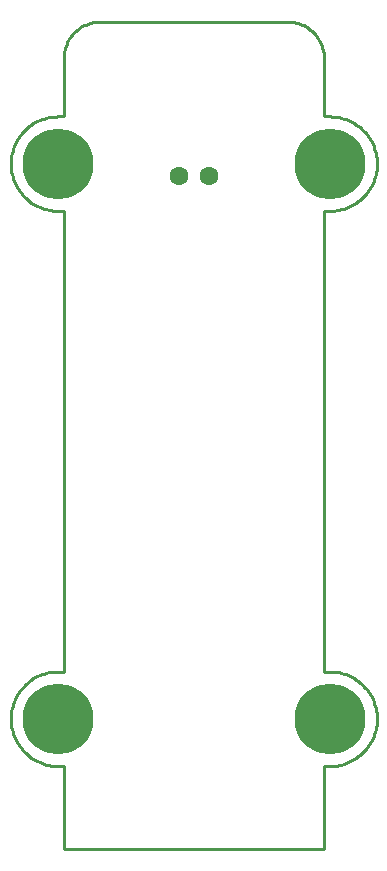
<source format=gtl>
G75*
%MOIN*%
%OFA0B0*%
%FSLAX24Y24*%
%IPPOS*%
%LPD*%
%AMOC8*
5,1,8,0,0,1.08239X$1,22.5*
%
%ADD10C,0.0100*%
%ADD11C,0.0630*%
%ADD12C,0.2362*%
D10*
X002315Y003693D02*
X002512Y003693D01*
X002512Y000937D01*
X011174Y000937D01*
X011174Y003693D01*
X011370Y003693D01*
X011449Y003695D01*
X011527Y003701D01*
X011605Y003711D01*
X011682Y003724D01*
X011759Y003742D01*
X011834Y003763D01*
X011909Y003788D01*
X011982Y003817D01*
X012053Y003849D01*
X012123Y003885D01*
X012191Y003924D01*
X012257Y003967D01*
X012321Y004013D01*
X012382Y004061D01*
X012441Y004113D01*
X012497Y004168D01*
X012551Y004226D01*
X012601Y004286D01*
X012649Y004349D01*
X012693Y004413D01*
X012734Y004481D01*
X012772Y004549D01*
X012806Y004620D01*
X012836Y004693D01*
X012863Y004766D01*
X012886Y004841D01*
X012906Y004918D01*
X012921Y004995D01*
X012933Y005072D01*
X012941Y005150D01*
X012945Y005229D01*
X012945Y005307D01*
X012941Y005386D01*
X012933Y005464D01*
X012921Y005541D01*
X012906Y005618D01*
X012886Y005695D01*
X012863Y005770D01*
X012836Y005843D01*
X012806Y005916D01*
X012772Y005987D01*
X012734Y006056D01*
X012693Y006123D01*
X012649Y006187D01*
X012601Y006250D01*
X012551Y006310D01*
X012497Y006368D01*
X012441Y006423D01*
X012382Y006475D01*
X012321Y006523D01*
X012257Y006569D01*
X012191Y006612D01*
X012123Y006651D01*
X012053Y006687D01*
X011982Y006719D01*
X011909Y006748D01*
X011834Y006773D01*
X011759Y006794D01*
X011682Y006812D01*
X011605Y006825D01*
X011527Y006835D01*
X011449Y006841D01*
X011370Y006843D01*
X011174Y006843D01*
X011174Y022197D01*
X011370Y022197D01*
X011449Y022199D01*
X011527Y022205D01*
X011605Y022215D01*
X011682Y022228D01*
X011759Y022246D01*
X011834Y022267D01*
X011909Y022292D01*
X011982Y022321D01*
X012053Y022353D01*
X012123Y022389D01*
X012191Y022428D01*
X012257Y022471D01*
X012321Y022517D01*
X012382Y022565D01*
X012441Y022617D01*
X012497Y022672D01*
X012551Y022730D01*
X012601Y022790D01*
X012649Y022853D01*
X012693Y022917D01*
X012734Y022985D01*
X012772Y023053D01*
X012806Y023124D01*
X012836Y023197D01*
X012863Y023270D01*
X012886Y023345D01*
X012906Y023422D01*
X012921Y023499D01*
X012933Y023576D01*
X012941Y023654D01*
X012945Y023733D01*
X012945Y023811D01*
X012941Y023890D01*
X012933Y023968D01*
X012921Y024045D01*
X012906Y024122D01*
X012886Y024199D01*
X012863Y024274D01*
X012836Y024347D01*
X012806Y024420D01*
X012772Y024491D01*
X012734Y024560D01*
X012693Y024627D01*
X012649Y024691D01*
X012601Y024754D01*
X012551Y024814D01*
X012497Y024872D01*
X012441Y024927D01*
X012382Y024979D01*
X012321Y025027D01*
X012257Y025073D01*
X012191Y025116D01*
X012123Y025155D01*
X012053Y025191D01*
X011982Y025223D01*
X011909Y025252D01*
X011834Y025277D01*
X011759Y025298D01*
X011682Y025316D01*
X011605Y025329D01*
X011527Y025339D01*
X011449Y025345D01*
X011370Y025347D01*
X011174Y025347D01*
X011174Y027315D01*
X011172Y027381D01*
X011167Y027447D01*
X011157Y027513D01*
X011144Y027578D01*
X011128Y027642D01*
X011108Y027705D01*
X011084Y027767D01*
X011057Y027827D01*
X011027Y027886D01*
X010993Y027943D01*
X010956Y027998D01*
X010916Y028051D01*
X010874Y028102D01*
X010828Y028150D01*
X010780Y028196D01*
X010729Y028238D01*
X010676Y028278D01*
X010621Y028315D01*
X010564Y028349D01*
X010505Y028379D01*
X010445Y028406D01*
X010383Y028430D01*
X010320Y028450D01*
X010256Y028466D01*
X010191Y028479D01*
X010125Y028489D01*
X010059Y028494D01*
X009993Y028496D01*
X003693Y028496D01*
X003627Y028494D01*
X003561Y028489D01*
X003495Y028479D01*
X003430Y028466D01*
X003366Y028450D01*
X003303Y028430D01*
X003241Y028406D01*
X003181Y028379D01*
X003122Y028349D01*
X003065Y028315D01*
X003010Y028278D01*
X002957Y028238D01*
X002906Y028196D01*
X002858Y028150D01*
X002812Y028102D01*
X002770Y028051D01*
X002730Y027998D01*
X002693Y027943D01*
X002659Y027886D01*
X002629Y027827D01*
X002602Y027767D01*
X002578Y027705D01*
X002558Y027642D01*
X002542Y027578D01*
X002529Y027513D01*
X002519Y027447D01*
X002514Y027381D01*
X002512Y027315D01*
X002512Y025347D01*
X002315Y025347D01*
X002236Y025345D01*
X002158Y025339D01*
X002080Y025329D01*
X002003Y025316D01*
X001926Y025298D01*
X001851Y025277D01*
X001776Y025252D01*
X001703Y025223D01*
X001632Y025191D01*
X001562Y025155D01*
X001494Y025116D01*
X001428Y025073D01*
X001364Y025027D01*
X001303Y024979D01*
X001244Y024927D01*
X001188Y024872D01*
X001134Y024814D01*
X001084Y024754D01*
X001036Y024691D01*
X000992Y024627D01*
X000951Y024559D01*
X000913Y024491D01*
X000879Y024420D01*
X000849Y024347D01*
X000822Y024274D01*
X000799Y024199D01*
X000779Y024122D01*
X000764Y024045D01*
X000752Y023968D01*
X000744Y023890D01*
X000740Y023811D01*
X000740Y023733D01*
X000744Y023654D01*
X000752Y023576D01*
X000764Y023499D01*
X000779Y023422D01*
X000799Y023345D01*
X000822Y023270D01*
X000849Y023197D01*
X000879Y023124D01*
X000913Y023053D01*
X000951Y022984D01*
X000992Y022917D01*
X001036Y022853D01*
X001084Y022790D01*
X001134Y022730D01*
X001188Y022672D01*
X001244Y022617D01*
X001303Y022565D01*
X001364Y022517D01*
X001428Y022471D01*
X001494Y022428D01*
X001562Y022389D01*
X001632Y022353D01*
X001703Y022321D01*
X001776Y022292D01*
X001851Y022267D01*
X001926Y022246D01*
X002003Y022228D01*
X002080Y022215D01*
X002158Y022205D01*
X002236Y022199D01*
X002315Y022197D01*
X002512Y022197D01*
X002512Y006843D01*
X002315Y006843D01*
X002236Y006841D01*
X002158Y006835D01*
X002080Y006825D01*
X002003Y006812D01*
X001926Y006794D01*
X001851Y006773D01*
X001776Y006748D01*
X001703Y006719D01*
X001632Y006687D01*
X001562Y006651D01*
X001494Y006612D01*
X001428Y006569D01*
X001364Y006523D01*
X001303Y006475D01*
X001244Y006423D01*
X001188Y006368D01*
X001134Y006310D01*
X001084Y006250D01*
X001036Y006187D01*
X000992Y006123D01*
X000951Y006055D01*
X000913Y005987D01*
X000879Y005916D01*
X000849Y005843D01*
X000822Y005770D01*
X000799Y005695D01*
X000779Y005618D01*
X000764Y005541D01*
X000752Y005464D01*
X000744Y005386D01*
X000740Y005307D01*
X000740Y005229D01*
X000744Y005150D01*
X000752Y005072D01*
X000764Y004995D01*
X000779Y004918D01*
X000799Y004841D01*
X000822Y004766D01*
X000849Y004693D01*
X000879Y004620D01*
X000913Y004549D01*
X000951Y004480D01*
X000992Y004413D01*
X001036Y004349D01*
X001084Y004286D01*
X001134Y004226D01*
X001188Y004168D01*
X001244Y004113D01*
X001303Y004061D01*
X001364Y004013D01*
X001428Y003967D01*
X001494Y003924D01*
X001562Y003885D01*
X001632Y003849D01*
X001703Y003817D01*
X001776Y003788D01*
X001851Y003763D01*
X001926Y003742D01*
X002003Y003724D01*
X002080Y003711D01*
X002158Y003701D01*
X002236Y003695D01*
X002315Y003693D01*
D11*
X006351Y023378D03*
X007351Y023378D03*
D12*
X011370Y023772D03*
X011370Y005268D03*
X002315Y005268D03*
X002315Y023772D03*
M02*

</source>
